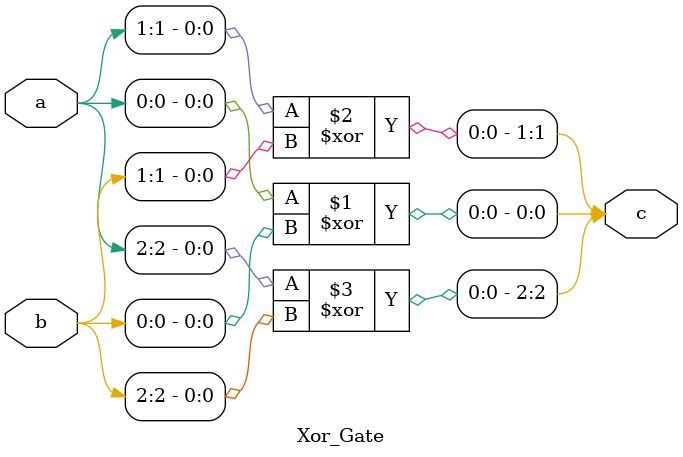
<source format=v>
`timescale 1ns / 1ps
module Xor_Gate( 
input wire [2:0] a,b,
output wire [2:0] c
    );
assign c[0]=a[0]^b[0];
assign c[1]=a[1]^b[1];
assign c[2]=a[2]^b[2];

endmodule

</source>
